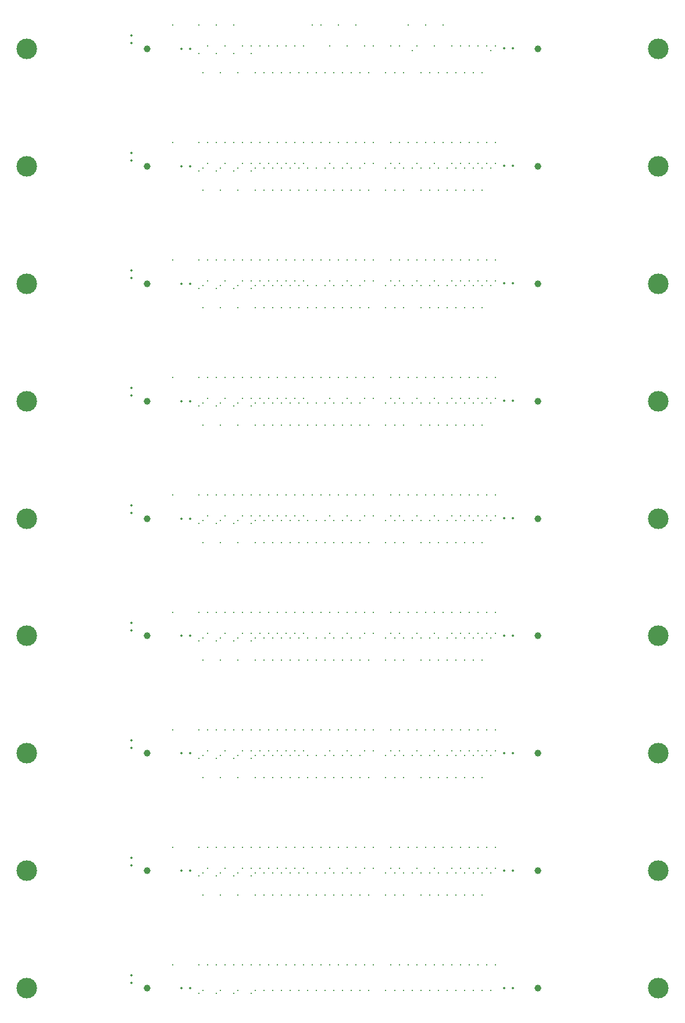
<source format=gbr>
%TF.GenerationSoftware,Altium Limited,Altium Designer,22.11.1 (43)*%
G04 Layer_Color=0*
%FSLAX45Y45*%
%MOMM*%
%TF.SameCoordinates,189E8146-0809-41ED-80BF-86DDFA5291D0*%
%TF.FilePolarity,Positive*%
%TF.FileFunction,Plated,1,4,PTH,Drill*%
%TF.Part,Single*%
G01*
G75*
%TA.AperFunction,ComponentDrill*%
%ADD42C,1.00000*%
%TA.AperFunction,OtherDrill,Pad Free-1 (3.75mm,5mm)*%
%ADD43C,3.00000*%
%TA.AperFunction,OtherDrill,Pad Free-2 (3.75mm,22.1mm)*%
%ADD44C,3.00000*%
%TA.AperFunction,OtherDrill,Pad Free-3 (3.75mm,39.2mm)*%
%ADD45C,3.00000*%
%TA.AperFunction,OtherDrill,Pad Free-4 (3.75mm,56.3mm)*%
%ADD46C,3.00000*%
%TA.AperFunction,OtherDrill,Pad Free-5 (3.75mm,73.4mm)*%
%ADD47C,3.00000*%
%TA.AperFunction,OtherDrill,Pad Free-6 (3.75mm,90.5mm)*%
%ADD48C,3.00000*%
%TA.AperFunction,OtherDrill,Pad Free-7 (3.75mm,107.6mm)*%
%ADD49C,3.00000*%
%TA.AperFunction,OtherDrill,Pad Free-8 (3.75mm,124.7mm)*%
%ADD50C,3.00000*%
%TA.AperFunction,OtherDrill,Pad Free-9 (3.75mm,141.8mm)*%
%ADD51C,3.00000*%
%TA.AperFunction,OtherDrill,Pad Free-11 (95.75mm,22.1mm)*%
%ADD52C,3.00000*%
%TA.AperFunction,OtherDrill,Pad Free-12 (95.75mm,39.2mm)*%
%ADD53C,3.00000*%
%TA.AperFunction,OtherDrill,Pad Free-13 (95.75mm,56.3mm)*%
%ADD54C,3.00000*%
%TA.AperFunction,OtherDrill,Pad Free-14 (95.75mm,73.4mm)*%
%ADD55C,3.00000*%
%TA.AperFunction,OtherDrill,Pad Free-15 (95.75mm,90.5mm)*%
%ADD56C,3.00000*%
%TA.AperFunction,OtherDrill,Pad Free-16 (95.75mm,107.6mm)*%
%ADD57C,3.00000*%
%TA.AperFunction,OtherDrill,Pad Free-17 (95.75mm,124.7mm)*%
%ADD58C,3.00000*%
%TA.AperFunction,OtherDrill,Pad Free-18 (95.75mm,141.8mm)*%
%ADD59C,3.00000*%
%TA.AperFunction,OtherDrill,Pad Free-10 (95.75mm,5mm)*%
%ADD60C,3.00000*%
%TA.AperFunction,ViaDrill,NotFilled*%
%ADD61C,0.35600*%
%ADD62C,0.35550*%
%ADD63C,0.25400*%
D42*
X7820000Y14180002D02*
D03*
X2129998D02*
D03*
Y12469998D02*
D03*
X7820000D02*
D03*
X2129998Y10759999D02*
D03*
X7820000D02*
D03*
X2129998Y9050000D02*
D03*
X7820000D02*
D03*
X2129998Y7340001D02*
D03*
X7820000D02*
D03*
X2129998Y5630001D02*
D03*
X7820000D02*
D03*
X2129998Y3920002D02*
D03*
X7820000D02*
D03*
X2129998Y2209998D02*
D03*
X7820000D02*
D03*
Y499999D02*
D03*
X2129998D02*
D03*
D43*
X375001D02*
D03*
D44*
Y2209998D02*
D03*
D45*
Y3920002D02*
D03*
D46*
Y5630001D02*
D03*
D47*
Y7340001D02*
D03*
D48*
Y9050000D02*
D03*
D49*
Y10759999D02*
D03*
D50*
Y12469998D02*
D03*
D51*
Y14180002D02*
D03*
D52*
X9575002Y2209998D02*
D03*
D53*
Y3920002D02*
D03*
D54*
Y5630001D02*
D03*
D55*
Y7340001D02*
D03*
D56*
Y9050000D02*
D03*
D57*
Y10759999D02*
D03*
D58*
Y12469998D02*
D03*
D59*
Y14180002D02*
D03*
D60*
Y499999D02*
D03*
D61*
X7451500Y14184502D02*
D03*
Y12474501D02*
D03*
Y10764501D02*
D03*
Y9054501D02*
D03*
Y7344501D02*
D03*
Y5634501D02*
D03*
Y3924501D02*
D03*
Y2214502D02*
D03*
Y504500D02*
D03*
X7324501Y2214502D02*
D03*
D62*
X7324501Y504501D02*
D03*
X7324501Y14184502D02*
D03*
X2752501Y14180000D02*
D03*
X2625501D02*
D03*
X7324501Y12474502D02*
D03*
X2752501Y12470001D02*
D03*
X2625501D02*
D03*
X7324501Y10764502D02*
D03*
X2752501Y10760001D02*
D03*
X2625501D02*
D03*
X7324501Y9054502D02*
D03*
X2752501Y9050001D02*
D03*
X2625501D02*
D03*
X7324501Y7344502D02*
D03*
X2752501Y7340001D02*
D03*
X2625501D02*
D03*
X7324501Y5634502D02*
D03*
X2752501Y5630001D02*
D03*
X2625501D02*
D03*
X7324501Y3924502D02*
D03*
X2752501Y3920001D02*
D03*
X2625501D02*
D03*
X2625501Y2210000D02*
D03*
X2752501D02*
D03*
X2625501Y500000D02*
D03*
X2752501D02*
D03*
X7324501Y2214502D02*
D03*
X1900001Y578998D02*
D03*
Y14259001D02*
D03*
Y12549002D02*
D03*
Y10838998D02*
D03*
Y9128999D02*
D03*
Y7419000D02*
D03*
Y5709001D02*
D03*
Y3999001D02*
D03*
Y2289002D02*
D03*
Y14370000D02*
D03*
Y12660000D02*
D03*
Y10950001D02*
D03*
Y9240002D02*
D03*
Y7529998D02*
D03*
Y5819999D02*
D03*
Y4109999D02*
D03*
Y2400000D02*
D03*
Y690001D02*
D03*
Y578998D02*
D03*
D63*
X2498500Y14520500D02*
D03*
Y12810500D02*
D03*
Y11100499D02*
D03*
Y9390499D02*
D03*
Y7680499D02*
D03*
Y5970499D02*
D03*
Y4260499D02*
D03*
Y2550500D02*
D03*
X2879499Y2550500D02*
D03*
Y7680500D02*
D03*
X4086000Y2180000D02*
D03*
X6118000Y1859001D02*
D03*
X2879500Y840500D02*
D03*
X3387499Y14520502D02*
D03*
X3831999Y13829001D02*
D03*
X3958999D02*
D03*
X4085999D02*
D03*
X4212999D02*
D03*
X4339999D02*
D03*
X4593999D02*
D03*
X4720999D02*
D03*
X4847999D02*
D03*
X5228999D02*
D03*
X5354776D02*
D03*
X5600999D02*
D03*
X5736999D02*
D03*
X5863999D02*
D03*
X6244999D02*
D03*
X6372000D02*
D03*
X6499000D02*
D03*
X6626000D02*
D03*
X6879999D02*
D03*
X7007000D02*
D03*
X3133499Y14520502D02*
D03*
X5990999Y14150002D02*
D03*
X2879499Y14520500D02*
D03*
X3450999Y13829001D02*
D03*
X3196999D02*
D03*
X2942999D02*
D03*
X3006499Y14220502D02*
D03*
X4657499Y14520502D02*
D03*
X7197499Y14220502D02*
D03*
X7070499D02*
D03*
X6943499D02*
D03*
X6816499D02*
D03*
X6753000Y13829001D02*
D03*
X6689499Y14220502D02*
D03*
X6562499D02*
D03*
X6118000Y13829001D02*
D03*
X6308499Y14220502D02*
D03*
X6054499D02*
D03*
X5800499D02*
D03*
X5673499D02*
D03*
X5419499D02*
D03*
X5292499D02*
D03*
X5101999Y13829001D02*
D03*
X5038499Y14220502D02*
D03*
X4974999Y13829001D02*
D03*
X4784499Y14220502D02*
D03*
X4466999Y13829001D02*
D03*
X4403501Y14220502D02*
D03*
X4276499D02*
D03*
X4149499D02*
D03*
X4022499D02*
D03*
X3895499D02*
D03*
X3768499D02*
D03*
X3704999Y13829001D02*
D03*
X3260499Y14220502D02*
D03*
X3641499D02*
D03*
X3514499D02*
D03*
X4911499Y14520502D02*
D03*
X6435500D02*
D03*
X5927499D02*
D03*
X7133999Y14150002D02*
D03*
X5165499Y14520502D02*
D03*
X4530499D02*
D03*
X3387499Y14109875D02*
D03*
X3133499D02*
D03*
X2879501D02*
D03*
X3641499Y14109901D02*
D03*
X6181499Y14520502D02*
D03*
X3831999Y12119001D02*
D03*
X3958999D02*
D03*
X4085999D02*
D03*
X4212999D02*
D03*
X4339999D02*
D03*
X4593999D02*
D03*
X4720999D02*
D03*
X4847999D02*
D03*
X5228999D02*
D03*
X5354776D02*
D03*
X5600999D02*
D03*
X5736999D02*
D03*
X5863999D02*
D03*
X6244999D02*
D03*
X6372000D02*
D03*
X6499000D02*
D03*
X6626000D02*
D03*
X6879999D02*
D03*
X7007000D02*
D03*
X4847999Y12440001D02*
D03*
X4974999D02*
D03*
X7070499Y12810501D02*
D03*
X6943499D02*
D03*
X6879999Y12440001D02*
D03*
X6816499Y12810501D02*
D03*
X6689499D02*
D03*
X6753000Y12440001D02*
D03*
X6244999D02*
D03*
X6118000D02*
D03*
X5863999D02*
D03*
X5736999D02*
D03*
X5600999D02*
D03*
X5800499Y12810501D02*
D03*
X4784499D02*
D03*
X4403501D02*
D03*
X4339999Y12440001D02*
D03*
X4276499Y12810501D02*
D03*
X4149499D02*
D03*
X3895499D02*
D03*
X3768499D02*
D03*
X5228999Y12440001D02*
D03*
X5101999D02*
D03*
X4720999D02*
D03*
X4593999D02*
D03*
X4466999D02*
D03*
X4212999D02*
D03*
X4085999D02*
D03*
X3958999D02*
D03*
X3831999D02*
D03*
X3260499Y12810501D02*
D03*
X3133499D02*
D03*
X3196999Y12440001D02*
D03*
X3450999D02*
D03*
X3641499Y12810501D02*
D03*
X7197499D02*
D03*
X6562499D02*
D03*
X6308499D02*
D03*
X6054499D02*
D03*
X5673499D02*
D03*
X5419499D02*
D03*
X5292499D02*
D03*
X5038499D02*
D03*
X4022499D02*
D03*
X3514499D02*
D03*
X3006499D02*
D03*
X2942999Y12440001D02*
D03*
X3704999D02*
D03*
X5990999D02*
D03*
X2879499Y12810500D02*
D03*
X3450999Y12119001D02*
D03*
X3196999D02*
D03*
X2942999D02*
D03*
X3006499Y12510501D02*
D03*
X4657499Y12810501D02*
D03*
X6372000Y12440001D02*
D03*
X6499000D02*
D03*
X6626000D02*
D03*
X7007000D02*
D03*
X7197499Y12510501D02*
D03*
X7070499D02*
D03*
X6943499D02*
D03*
X6816499D02*
D03*
X6753000Y12119001D02*
D03*
X6689499Y12510501D02*
D03*
X6562499D02*
D03*
X6118000Y12119001D02*
D03*
X6308499Y12510501D02*
D03*
X6054499D02*
D03*
X5800499D02*
D03*
X5673499D02*
D03*
X5419499D02*
D03*
X5292499D02*
D03*
X5101999Y12119001D02*
D03*
X5038499Y12510501D02*
D03*
X4974999Y12119001D02*
D03*
X4784499Y12510501D02*
D03*
X4466999Y12119001D02*
D03*
X4403501Y12510501D02*
D03*
X4276499D02*
D03*
X4149499D02*
D03*
X4022499D02*
D03*
X3895499D02*
D03*
X3768499D02*
D03*
X3704999Y12119001D02*
D03*
X3260499Y12510501D02*
D03*
X3641499D02*
D03*
X3514499D02*
D03*
X4911499Y12810501D02*
D03*
X6435500D02*
D03*
X5927499D02*
D03*
X7133999Y12440001D02*
D03*
X5165499Y12810501D02*
D03*
X4530499D02*
D03*
X3387499Y12399876D02*
D03*
Y12810501D02*
D03*
X3133499Y12399876D02*
D03*
X2879501D02*
D03*
X3641499Y12399901D02*
D03*
X6181499Y12810501D02*
D03*
X3831999Y10409001D02*
D03*
X3958999D02*
D03*
X4085999D02*
D03*
X4212999D02*
D03*
X4339999D02*
D03*
X4593999D02*
D03*
X4720999D02*
D03*
X4847999D02*
D03*
X5228999D02*
D03*
X5354776D02*
D03*
X5600999D02*
D03*
X5736999D02*
D03*
X5863999D02*
D03*
X6244999D02*
D03*
X6372000D02*
D03*
X6499000D02*
D03*
X6626000D02*
D03*
X6879999D02*
D03*
X7007000D02*
D03*
X4847999Y10730000D02*
D03*
X4974999D02*
D03*
X7070499Y11100501D02*
D03*
X6943499D02*
D03*
X6879999Y10730000D02*
D03*
X6816499Y11100501D02*
D03*
X6689499D02*
D03*
X6753000Y10730000D02*
D03*
X6244999D02*
D03*
X6118000D02*
D03*
X5863999D02*
D03*
X5736999D02*
D03*
X5600999D02*
D03*
X5800499Y11100501D02*
D03*
X4784499D02*
D03*
X4403501D02*
D03*
X4339999Y10730000D02*
D03*
X4276499Y11100501D02*
D03*
X4149499D02*
D03*
X3895499D02*
D03*
X3768499D02*
D03*
X5228999Y10730000D02*
D03*
X5101999D02*
D03*
X4720999D02*
D03*
X4593999D02*
D03*
X4466999D02*
D03*
X4212999D02*
D03*
X4085999D02*
D03*
X3958999D02*
D03*
X3831999D02*
D03*
X3260499Y11100501D02*
D03*
X3133499D02*
D03*
X3196999Y10730000D02*
D03*
X3450999D02*
D03*
X3641499Y11100501D02*
D03*
X7197499D02*
D03*
X6562499D02*
D03*
X6308499D02*
D03*
X6054499D02*
D03*
X5673499D02*
D03*
X5419499D02*
D03*
X5292499D02*
D03*
X5038499D02*
D03*
X4022499D02*
D03*
X3514499D02*
D03*
X3006499D02*
D03*
X2942999Y10730000D02*
D03*
X3704999D02*
D03*
X5990999D02*
D03*
X2879499Y11100500D02*
D03*
X3450999Y10409001D02*
D03*
X3196999D02*
D03*
X2942999D02*
D03*
X3006499Y10800500D02*
D03*
X4657499Y11100501D02*
D03*
X6372000Y10730000D02*
D03*
X6499000D02*
D03*
X6626000D02*
D03*
X7007000D02*
D03*
X7197499Y10800500D02*
D03*
X7070499D02*
D03*
X6943499D02*
D03*
X6816499D02*
D03*
X6753000Y10409001D02*
D03*
X6689499Y10800500D02*
D03*
X6562499D02*
D03*
X6118000Y10409001D02*
D03*
X6308499Y10800500D02*
D03*
X6054499D02*
D03*
X5800499D02*
D03*
X5673499D02*
D03*
X5419499D02*
D03*
X5292499D02*
D03*
X5101999Y10409001D02*
D03*
X5038499Y10800500D02*
D03*
X4974999Y10409001D02*
D03*
X4784499Y10800500D02*
D03*
X4466999Y10409001D02*
D03*
X4403501Y10800500D02*
D03*
X4276499D02*
D03*
X4149499D02*
D03*
X4022499D02*
D03*
X3895499D02*
D03*
X3768499D02*
D03*
X3704999Y10409001D02*
D03*
X3260499Y10800500D02*
D03*
X3641499D02*
D03*
X3514499D02*
D03*
X4911499Y11100501D02*
D03*
X6435500D02*
D03*
X5927499D02*
D03*
X7133999Y10730000D02*
D03*
X5165499Y11100501D02*
D03*
X4530499D02*
D03*
X3387499Y10689875D02*
D03*
Y11100501D02*
D03*
X3133499Y10689875D02*
D03*
X2879501D02*
D03*
X3641499Y10689900D02*
D03*
X6181499Y11100501D02*
D03*
X3831999Y8699001D02*
D03*
X3958999D02*
D03*
X4085999D02*
D03*
X4212999D02*
D03*
X4339999D02*
D03*
X4593999D02*
D03*
X4720999D02*
D03*
X4847999D02*
D03*
X5228999D02*
D03*
X5354776D02*
D03*
X5600999D02*
D03*
X5736999D02*
D03*
X5863999D02*
D03*
X6244999D02*
D03*
X6372000D02*
D03*
X6499000D02*
D03*
X6626000D02*
D03*
X6879999D02*
D03*
X7007000D02*
D03*
X4847999Y9020001D02*
D03*
X4974999D02*
D03*
X7070499Y9390501D02*
D03*
X6943499D02*
D03*
X6879999Y9020001D02*
D03*
X6816499Y9390501D02*
D03*
X6689499D02*
D03*
X6753000Y9020001D02*
D03*
X6244999D02*
D03*
X6118000D02*
D03*
X5863999D02*
D03*
X5736999D02*
D03*
X5600999D02*
D03*
X5800499Y9390501D02*
D03*
X4784499D02*
D03*
X4403501D02*
D03*
X4339999Y9020001D02*
D03*
X4276499Y9390501D02*
D03*
X4149499D02*
D03*
X3895499D02*
D03*
X3768499D02*
D03*
X5228999Y9020001D02*
D03*
X5101999D02*
D03*
X4720999D02*
D03*
X4593999D02*
D03*
X4466999D02*
D03*
X4212999D02*
D03*
X4085999D02*
D03*
X3958999D02*
D03*
X3831999D02*
D03*
X3260499Y9390501D02*
D03*
X3133499D02*
D03*
X3196999Y9020001D02*
D03*
X3450999D02*
D03*
X3641499Y9390501D02*
D03*
X7197499D02*
D03*
X6562499D02*
D03*
X6308499D02*
D03*
X6054499D02*
D03*
X5673499D02*
D03*
X5419499D02*
D03*
X5292499D02*
D03*
X5038499D02*
D03*
X4022499D02*
D03*
X3514499D02*
D03*
X3006499D02*
D03*
X2942999Y9020001D02*
D03*
X3704999D02*
D03*
X5990999D02*
D03*
X2879499Y9390500D02*
D03*
X3450999Y8699001D02*
D03*
X3196999D02*
D03*
X2942999D02*
D03*
X3006499Y9090501D02*
D03*
X4657499Y9390501D02*
D03*
X6372000Y9020001D02*
D03*
X6499000D02*
D03*
X6626000D02*
D03*
X7007000D02*
D03*
X7197499Y9090501D02*
D03*
X7070499D02*
D03*
X6943499D02*
D03*
X6816499D02*
D03*
X6753000Y8699001D02*
D03*
X6689499Y9090501D02*
D03*
X6562499D02*
D03*
X6118000Y8699001D02*
D03*
X6308499Y9090501D02*
D03*
X6054499D02*
D03*
X5800499D02*
D03*
X5673499D02*
D03*
X5419499D02*
D03*
X5292499D02*
D03*
X5101999Y8699001D02*
D03*
X5038499Y9090501D02*
D03*
X4974999Y8699001D02*
D03*
X4784499Y9090501D02*
D03*
X4466999Y8699001D02*
D03*
X4403501Y9090501D02*
D03*
X4276499D02*
D03*
X4149499D02*
D03*
X4022499D02*
D03*
X3895499D02*
D03*
X3768499D02*
D03*
X3704999Y8699001D02*
D03*
X3260499Y9090501D02*
D03*
X3641499D02*
D03*
X3514499D02*
D03*
X4911499Y9390501D02*
D03*
X6435500D02*
D03*
X5927499D02*
D03*
X7133999Y9020001D02*
D03*
X5165499Y9390501D02*
D03*
X4530499D02*
D03*
X3387499Y8979876D02*
D03*
Y9390501D02*
D03*
X3133499Y8979876D02*
D03*
X2879501D02*
D03*
X3641499Y8979901D02*
D03*
X6181499Y9390501D02*
D03*
X3831999Y6989001D02*
D03*
X3958999D02*
D03*
X4085999D02*
D03*
X4212999D02*
D03*
X4339999D02*
D03*
X4593999D02*
D03*
X4720999D02*
D03*
X4847999D02*
D03*
X5228999D02*
D03*
X5354776D02*
D03*
X5600999D02*
D03*
X5736999D02*
D03*
X5863999D02*
D03*
X6244999D02*
D03*
X6372000D02*
D03*
X6499000D02*
D03*
X6626000D02*
D03*
X6879999D02*
D03*
X7007000D02*
D03*
X4847999Y7310001D02*
D03*
X4974999D02*
D03*
X7070499Y7680501D02*
D03*
X6943499D02*
D03*
X6879999Y7310001D02*
D03*
X6816499Y7680501D02*
D03*
X6689499D02*
D03*
X6753000Y7310001D02*
D03*
X6244999D02*
D03*
X6118000D02*
D03*
X5863999D02*
D03*
X5736999D02*
D03*
X5600999D02*
D03*
X5800499Y7680501D02*
D03*
X4784499D02*
D03*
X4403501D02*
D03*
X4339999Y7310001D02*
D03*
X4276499Y7680501D02*
D03*
X4149499D02*
D03*
X3895499D02*
D03*
X3768499D02*
D03*
X5228999Y7310001D02*
D03*
X5101999D02*
D03*
X4720999D02*
D03*
X4593999D02*
D03*
X4466999D02*
D03*
X4212999D02*
D03*
X4085999D02*
D03*
X3958999D02*
D03*
X3831999D02*
D03*
X3260499Y7680501D02*
D03*
X3133499D02*
D03*
X3196999Y7310001D02*
D03*
X3450999D02*
D03*
X3641499Y7680501D02*
D03*
X7197499D02*
D03*
X6562499D02*
D03*
X6308499D02*
D03*
X6054499D02*
D03*
X5673499D02*
D03*
X5419499D02*
D03*
X5292499D02*
D03*
X5038499D02*
D03*
X4022499D02*
D03*
X3514499D02*
D03*
X3006499D02*
D03*
X2942999Y7310001D02*
D03*
X3704999D02*
D03*
X5990999D02*
D03*
X3450999Y6989001D02*
D03*
X3196999D02*
D03*
X2942999D02*
D03*
X3006499Y7380501D02*
D03*
X4657499Y7680501D02*
D03*
X6372000Y7310001D02*
D03*
X6499000D02*
D03*
X6626000D02*
D03*
X7007000D02*
D03*
X7197499Y7380501D02*
D03*
X7070499D02*
D03*
X6943499D02*
D03*
X6816499D02*
D03*
X6753000Y6989001D02*
D03*
X6689499Y7380501D02*
D03*
X6562499D02*
D03*
X6118000Y6989001D02*
D03*
X6308499Y7380501D02*
D03*
X6054499D02*
D03*
X5800499D02*
D03*
X5673499D02*
D03*
X5419499D02*
D03*
X5292499D02*
D03*
X5101999Y6989001D02*
D03*
X5038499Y7380501D02*
D03*
X4974999Y6989001D02*
D03*
X4784499Y7380501D02*
D03*
X4466999Y6989001D02*
D03*
X4403501Y7380501D02*
D03*
X4276499D02*
D03*
X4149499D02*
D03*
X4022499D02*
D03*
X3895499D02*
D03*
X3768499D02*
D03*
X3704999Y6989001D02*
D03*
X3260499Y7380501D02*
D03*
X3641499D02*
D03*
X3514499D02*
D03*
X4911499Y7680501D02*
D03*
X6435500D02*
D03*
X5927499D02*
D03*
X7133999Y7310001D02*
D03*
X5165499Y7680501D02*
D03*
X4530499D02*
D03*
X3387499Y7269876D02*
D03*
Y7680501D02*
D03*
X3133499Y7269876D02*
D03*
X2879501D02*
D03*
X3641499Y7269901D02*
D03*
X6181499Y7680501D02*
D03*
X3831999Y5279001D02*
D03*
X3958999D02*
D03*
X4085999D02*
D03*
X4212999D02*
D03*
X4339999D02*
D03*
X4593999D02*
D03*
X4720999D02*
D03*
X4847999D02*
D03*
X5228999D02*
D03*
X5354776D02*
D03*
X5600999D02*
D03*
X5736999D02*
D03*
X5863999D02*
D03*
X6244999D02*
D03*
X6372000D02*
D03*
X6499000D02*
D03*
X6626000D02*
D03*
X6879999D02*
D03*
X7007000D02*
D03*
X4847999Y5600001D02*
D03*
X4974999D02*
D03*
X7070499Y5970501D02*
D03*
X6943499D02*
D03*
X6879999Y5600001D02*
D03*
X6816499Y5970501D02*
D03*
X6689499D02*
D03*
X6753000Y5600001D02*
D03*
X6244999D02*
D03*
X6118000D02*
D03*
X5863999D02*
D03*
X5736999D02*
D03*
X5600999D02*
D03*
X5800499Y5970501D02*
D03*
X4784499D02*
D03*
X4403501D02*
D03*
X4339999Y5600001D02*
D03*
X4276499Y5970501D02*
D03*
X4149499D02*
D03*
X3895499D02*
D03*
X3768499D02*
D03*
X5228999Y5600001D02*
D03*
X5101999D02*
D03*
X4720999D02*
D03*
X4593999D02*
D03*
X4466999D02*
D03*
X4212999D02*
D03*
X4085999D02*
D03*
X3958999D02*
D03*
X3831999D02*
D03*
X3260499Y5970501D02*
D03*
X3133499D02*
D03*
X3196999Y5600001D02*
D03*
X3450999D02*
D03*
X3641499Y5970501D02*
D03*
X7197499D02*
D03*
X6562499D02*
D03*
X6308499D02*
D03*
X6054499D02*
D03*
X5673499D02*
D03*
X5419499D02*
D03*
X5292499D02*
D03*
X5038499D02*
D03*
X4022499D02*
D03*
X3514499D02*
D03*
X3006499D02*
D03*
X2942999Y5600001D02*
D03*
X3704999D02*
D03*
X5990999D02*
D03*
X2879499Y5970500D02*
D03*
X3450999Y5279001D02*
D03*
X3196999D02*
D03*
X2942999D02*
D03*
X3006499Y5670501D02*
D03*
X4657499Y5970501D02*
D03*
X6372000Y5600001D02*
D03*
X6499000D02*
D03*
X6626000D02*
D03*
X7007000D02*
D03*
X7197499Y5670501D02*
D03*
X7070499D02*
D03*
X6943499D02*
D03*
X6816499D02*
D03*
X6753000Y5279001D02*
D03*
X6689499Y5670501D02*
D03*
X6562499D02*
D03*
X6118000Y5279001D02*
D03*
X6308499Y5670501D02*
D03*
X6054499D02*
D03*
X5800499D02*
D03*
X5673499D02*
D03*
X5419499D02*
D03*
X5292499D02*
D03*
X5101999Y5279001D02*
D03*
X5038499Y5670501D02*
D03*
X4974999Y5279001D02*
D03*
X4784499Y5670501D02*
D03*
X4466999Y5279001D02*
D03*
X4403501Y5670501D02*
D03*
X4276499D02*
D03*
X4149499D02*
D03*
X4022499D02*
D03*
X3895499D02*
D03*
X3768499D02*
D03*
X3704999Y5279001D02*
D03*
X3260499Y5670501D02*
D03*
X3641499D02*
D03*
X3514499D02*
D03*
X4911499Y5970501D02*
D03*
X6435500D02*
D03*
X5927499D02*
D03*
X7133999Y5600001D02*
D03*
X5165499Y5970501D02*
D03*
X4530499D02*
D03*
X3387499Y5559876D02*
D03*
Y5970501D02*
D03*
X3133499Y5559876D02*
D03*
X2879501D02*
D03*
X3641499Y5559901D02*
D03*
X6181499Y5970501D02*
D03*
X3831999Y3569001D02*
D03*
X3958999D02*
D03*
X4085999D02*
D03*
X4212999D02*
D03*
X4339999D02*
D03*
X4593999D02*
D03*
X4720999D02*
D03*
X4847999D02*
D03*
X5228999D02*
D03*
X5354776D02*
D03*
X5600999D02*
D03*
X5736999D02*
D03*
X5863999D02*
D03*
X6244999D02*
D03*
X6372000D02*
D03*
X6499000D02*
D03*
X6626000D02*
D03*
X6879999D02*
D03*
X7007000D02*
D03*
X4847999Y3890001D02*
D03*
X4974999D02*
D03*
X7070499Y4260501D02*
D03*
X6943499D02*
D03*
X6879999Y3890001D02*
D03*
X6816499Y4260501D02*
D03*
X6689499D02*
D03*
X6753000Y3890001D02*
D03*
X6244999D02*
D03*
X6118000D02*
D03*
X5863999D02*
D03*
X5736999D02*
D03*
X5600999D02*
D03*
X5800499Y4260501D02*
D03*
X4784499D02*
D03*
X4403501D02*
D03*
X4339999Y3890001D02*
D03*
X4276499Y4260501D02*
D03*
X4149499D02*
D03*
X3895499D02*
D03*
X3768499D02*
D03*
X5228999Y3890001D02*
D03*
X5101999D02*
D03*
X4720999D02*
D03*
X4593999D02*
D03*
X4466999D02*
D03*
X4212999D02*
D03*
X4085999D02*
D03*
X3958999D02*
D03*
X3831999D02*
D03*
X3260499Y4260501D02*
D03*
X3133499D02*
D03*
X3196999Y3890001D02*
D03*
X3450999D02*
D03*
X3641499Y4260501D02*
D03*
X7197499D02*
D03*
X6562499D02*
D03*
X6308499D02*
D03*
X6054499D02*
D03*
X5673499D02*
D03*
X5419499D02*
D03*
X5292499D02*
D03*
X5038499D02*
D03*
X4022499D02*
D03*
X3514499D02*
D03*
X3006499D02*
D03*
X2942999Y3890001D02*
D03*
X3704999D02*
D03*
X5990999D02*
D03*
X2879499Y4260500D02*
D03*
X3450999Y3569001D02*
D03*
X3196999D02*
D03*
X2942999D02*
D03*
X3006499Y3960501D02*
D03*
X4657499Y4260501D02*
D03*
X6372000Y3890001D02*
D03*
X6499000D02*
D03*
X6626000D02*
D03*
X7007000D02*
D03*
X7197499Y3960501D02*
D03*
X7070499D02*
D03*
X6943499D02*
D03*
X6816499D02*
D03*
X6753000Y3569001D02*
D03*
X6689499Y3960501D02*
D03*
X6562499D02*
D03*
X6118000Y3569001D02*
D03*
X6308499Y3960501D02*
D03*
X6054499D02*
D03*
X5800499D02*
D03*
X5673499D02*
D03*
X5419499D02*
D03*
X5292499D02*
D03*
X5101999Y3569001D02*
D03*
X5038499Y3960501D02*
D03*
X4974999Y3569001D02*
D03*
X4784499Y3960501D02*
D03*
X4466999Y3569001D02*
D03*
X4403501Y3960501D02*
D03*
X4276499D02*
D03*
X4149499D02*
D03*
X4022499D02*
D03*
X3895499D02*
D03*
X3768499D02*
D03*
X3704999Y3569001D02*
D03*
X3260499Y3960501D02*
D03*
X3641499D02*
D03*
X3514499D02*
D03*
X4911499Y4260501D02*
D03*
X6435500D02*
D03*
X5927499D02*
D03*
X7133999Y3890001D02*
D03*
X5165499Y4260501D02*
D03*
X4530499D02*
D03*
X3387499Y3849876D02*
D03*
Y4260501D02*
D03*
X3133499Y3849876D02*
D03*
X2879501D02*
D03*
X3641499Y3849901D02*
D03*
X6181499Y4260501D02*
D03*
X6244999Y1859001D02*
D03*
X6372000D02*
D03*
X6499000D02*
D03*
X7007000D02*
D03*
X6244999Y2180001D02*
D03*
X3895499Y2550501D02*
D03*
X3768499D02*
D03*
X4466999Y2180001D02*
D03*
X3260499Y2550501D02*
D03*
X3133499D02*
D03*
X3641499D02*
D03*
X6054499D02*
D03*
X5419499D02*
D03*
X5292499D02*
D03*
X5038499D02*
D03*
X4022499D02*
D03*
X3514499D02*
D03*
X3006499D02*
D03*
X2942999Y2180001D02*
D03*
X7007000D02*
D03*
X6308499Y2250501D02*
D03*
X5927499Y2550501D02*
D03*
X7133999Y2180001D02*
D03*
X5165499Y2550501D02*
D03*
X4530499D02*
D03*
X3387499D02*
D03*
X6181499D02*
D03*
X3641500Y2139900D02*
D03*
X2498500Y840500D02*
D03*
X2879501Y2139875D02*
D03*
X3133500D02*
D03*
X3387500D02*
D03*
X6435500Y2550500D02*
D03*
X4911500D02*
D03*
X3514500Y2250500D02*
D03*
X3641500D02*
D03*
X3260500D02*
D03*
X3705000Y1859000D02*
D03*
X3768500Y2250500D02*
D03*
X3895500D02*
D03*
X4022500D02*
D03*
X4149500D02*
D03*
X4276500D02*
D03*
X4403501D02*
D03*
X4467000Y1859000D02*
D03*
X4784500Y2250500D02*
D03*
X4975000Y1859000D02*
D03*
X5038500Y2250500D02*
D03*
X5102000Y1859000D02*
D03*
X5292500Y2250500D02*
D03*
X5419500D02*
D03*
X5673500D02*
D03*
X5800500D02*
D03*
X6054500D02*
D03*
X6562500D02*
D03*
X6689500D02*
D03*
X6753000Y1859000D02*
D03*
X6816500Y2250500D02*
D03*
X6943500D02*
D03*
X7070500D02*
D03*
X7197500D02*
D03*
X6626000Y2180000D02*
D03*
X6499000D02*
D03*
X6372000D02*
D03*
X4657500Y2550500D02*
D03*
X3006500Y2250500D02*
D03*
X2943000Y1859000D02*
D03*
X3197000D02*
D03*
X3451000D02*
D03*
X2879500Y429900D02*
D03*
X5991000Y2180000D02*
D03*
X6181500Y840500D02*
D03*
X5356000Y470000D02*
D03*
X3705000Y2180000D02*
D03*
X2943000Y470000D02*
D03*
X6372000D02*
D03*
X6499000D02*
D03*
X6626000D02*
D03*
X6753000D02*
D03*
X7007000D02*
D03*
X6880000D02*
D03*
X6435500Y840500D02*
D03*
X6054500D02*
D03*
X5165500D02*
D03*
X4911500D02*
D03*
X4657500D02*
D03*
X4530500D02*
D03*
X4276500D02*
D03*
X4149500D02*
D03*
X4022500D02*
D03*
X3895500D02*
D03*
X3768500D02*
D03*
X3133500D02*
D03*
X2943000Y2180000D02*
D03*
X3133500Y429875D02*
D03*
X5673500Y2550500D02*
D03*
X6308500D02*
D03*
X6562500D02*
D03*
X7197500D02*
D03*
X3451000Y2180000D02*
D03*
X3197000D02*
D03*
X3832000D02*
D03*
X3959000D02*
D03*
X4213000D02*
D03*
X4594000D02*
D03*
X4721000D02*
D03*
X5102000D02*
D03*
X5229000D02*
D03*
X4149500Y2550500D02*
D03*
X4276500D02*
D03*
X4340000Y2180000D02*
D03*
X4403501Y2550500D02*
D03*
X4784500D02*
D03*
X5800500D02*
D03*
X5601000Y2180000D02*
D03*
X5737000D02*
D03*
X5864000D02*
D03*
X6118000D02*
D03*
X6753000D02*
D03*
X6689500Y2550500D02*
D03*
X6816500D02*
D03*
X6880000Y2180000D02*
D03*
X6943500Y2550500D02*
D03*
X7070500D02*
D03*
X4975000Y2180000D02*
D03*
X4848000D02*
D03*
X6308500Y840500D02*
D03*
X6562500D02*
D03*
X3451000Y470000D02*
D03*
X3197000D02*
D03*
X3705000D02*
D03*
X3832000D02*
D03*
X3959000D02*
D03*
X4086000D02*
D03*
X4213000D02*
D03*
X4467000D02*
D03*
X4594000D02*
D03*
X4721000D02*
D03*
X5229000D02*
D03*
X4340000D02*
D03*
X5800500Y840500D02*
D03*
X5864000Y470000D02*
D03*
X5927500Y840500D02*
D03*
X4848000Y470000D02*
D03*
X4975000D02*
D03*
X7070500Y840500D02*
D03*
X6943500D02*
D03*
X6880000Y1859000D02*
D03*
X6816500Y840500D02*
D03*
X6626000Y1859000D02*
D03*
X6689500Y840500D02*
D03*
X5864000Y1859000D02*
D03*
X5737000D02*
D03*
X5601000D02*
D03*
X6245000Y470000D02*
D03*
X6118000D02*
D03*
X5737000D02*
D03*
X5601000D02*
D03*
X3006500Y840500D02*
D03*
X5354776Y1859000D02*
D03*
X5229000D02*
D03*
X4848000D02*
D03*
X4721000D02*
D03*
X4784500Y840500D02*
D03*
X4594000Y1859000D02*
D03*
X4403500Y840500D02*
D03*
X4340000Y1859000D02*
D03*
X4213000D02*
D03*
X4086000D02*
D03*
X3959000D02*
D03*
X3832000D02*
D03*
X5102000Y470000D02*
D03*
X3260500Y840500D02*
D03*
X3641500D02*
D03*
X3387500D02*
D03*
X7134000Y470000D02*
D03*
X5991000D02*
D03*
X7197500Y840500D02*
D03*
X5673500D02*
D03*
X5419500D02*
D03*
X5292500D02*
D03*
X5038500D02*
D03*
X3514500D02*
D03*
X3641501Y429875D02*
D03*
X3387501D02*
D03*
%TF.MD5,62c0e07551b83b6c94cd856221510dfd*%
M02*

</source>
